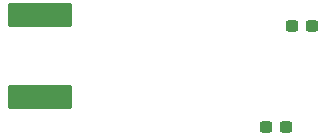
<source format=gbr>
%TF.GenerationSoftware,KiCad,Pcbnew,(6.0.10)*%
%TF.CreationDate,2023-01-14T17:08:10-08:00*%
%TF.ProjectId,power,706f7765-722e-46b6-9963-61645f706362,rev?*%
%TF.SameCoordinates,PX62fdcc0PY7270e00*%
%TF.FileFunction,Paste,Top*%
%TF.FilePolarity,Positive*%
%FSLAX46Y46*%
G04 Gerber Fmt 4.6, Leading zero omitted, Abs format (unit mm)*
G04 Created by KiCad (PCBNEW (6.0.10)) date 2023-01-14 17:08:10*
%MOMM*%
%LPD*%
G01*
G04 APERTURE LIST*
G04 Aperture macros list*
%AMRoundRect*
0 Rectangle with rounded corners*
0 $1 Rounding radius*
0 $2 $3 $4 $5 $6 $7 $8 $9 X,Y pos of 4 corners*
0 Add a 4 corners polygon primitive as box body*
4,1,4,$2,$3,$4,$5,$6,$7,$8,$9,$2,$3,0*
0 Add four circle primitives for the rounded corners*
1,1,$1+$1,$2,$3*
1,1,$1+$1,$4,$5*
1,1,$1+$1,$6,$7*
1,1,$1+$1,$8,$9*
0 Add four rect primitives between the rounded corners*
20,1,$1+$1,$2,$3,$4,$5,0*
20,1,$1+$1,$4,$5,$6,$7,0*
20,1,$1+$1,$6,$7,$8,$9,0*
20,1,$1+$1,$8,$9,$2,$3,0*%
G04 Aperture macros list end*
%ADD10RoundRect,0.237500X0.300000X0.237500X-0.300000X0.237500X-0.300000X-0.237500X0.300000X-0.237500X0*%
%ADD11RoundRect,0.237500X-0.300000X-0.237500X0.300000X-0.237500X0.300000X0.237500X-0.300000X0.237500X0*%
%ADD12RoundRect,0.250001X-2.474999X0.799999X-2.474999X-0.799999X2.474999X-0.799999X2.474999X0.799999X0*%
G04 APERTURE END LIST*
D10*
%TO.C,C4*%
X33137500Y10600000D03*
X34862500Y10600000D03*
%TD*%
D11*
%TO.C,C2*%
X37062500Y19200000D03*
X35337500Y19200000D03*
%TD*%
D12*
%TO.C,F1*%
X14000000Y13125000D03*
X14000000Y20075000D03*
%TD*%
M02*

</source>
